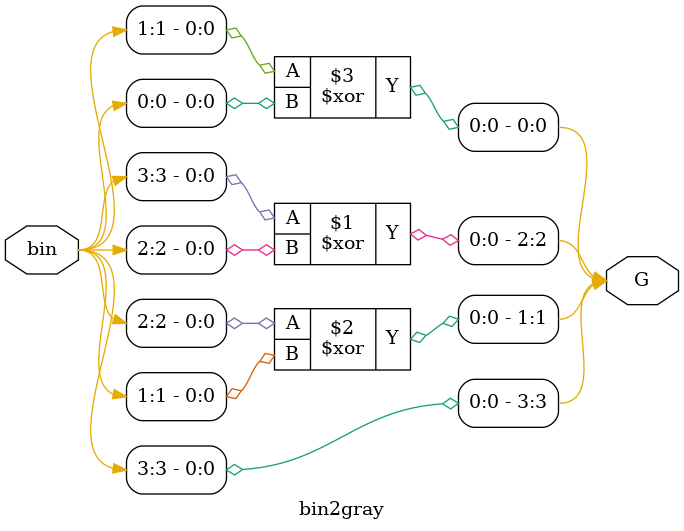
<source format=v>
module bin2gray
        (input [3:0] bin, 
         output [3:0] G 
        );


assign G[3] = bin[3];
assign G[2] = bin[3] ^ bin[2];
assign G[1] = bin[2] ^ bin[1];
assign G[0] = bin[1] ^ bin[0];
endmodule

</source>
